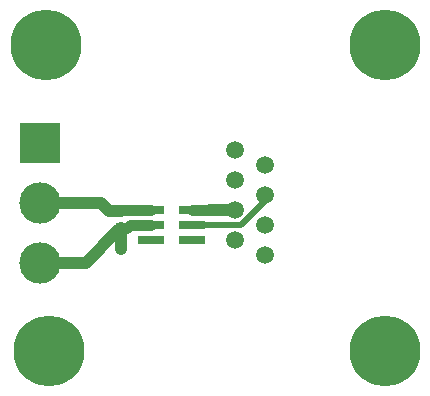
<source format=gtl>
G04 #@! TF.GenerationSoftware,KiCad,Pcbnew,7.0.9*
G04 #@! TF.CreationDate,2023-12-23T15:45:12+01:00*
G04 #@! TF.ProjectId,connecting-connector-1-wire,636f6e6e-6563-4746-996e-672d636f6e6e,v1.0*
G04 #@! TF.SameCoordinates,Original*
G04 #@! TF.FileFunction,Copper,L1,Top*
G04 #@! TF.FilePolarity,Positive*
%FSLAX46Y46*%
G04 Gerber Fmt 4.6, Leading zero omitted, Abs format (unit mm)*
G04 Created by KiCad (PCBNEW 7.0.9) date 2023-12-23 15:45:12*
%MOMM*%
%LPD*%
G01*
G04 APERTURE LIST*
G04 #@! TA.AperFunction,ComponentPad*
%ADD10C,6.000000*%
G04 #@! TD*
G04 #@! TA.AperFunction,ComponentPad*
%ADD11C,1.500000*%
G04 #@! TD*
G04 #@! TA.AperFunction,SMDPad,CuDef*
%ADD12R,0.900000X0.900000*%
G04 #@! TD*
G04 #@! TA.AperFunction,ComponentPad*
%ADD13R,3.500000X3.500000*%
G04 #@! TD*
G04 #@! TA.AperFunction,ComponentPad*
%ADD14C,3.500000*%
G04 #@! TD*
G04 #@! TA.AperFunction,SMDPad,CuDef*
%ADD15R,2.200000X0.800000*%
G04 #@! TD*
G04 #@! TA.AperFunction,ViaPad*
%ADD16C,0.800000*%
G04 #@! TD*
G04 #@! TA.AperFunction,Conductor*
%ADD17C,0.900000*%
G04 #@! TD*
G04 #@! TA.AperFunction,Conductor*
%ADD18C,1.000000*%
G04 #@! TD*
G04 #@! TA.AperFunction,Conductor*
%ADD19C,0.500000*%
G04 #@! TD*
G04 APERTURE END LIST*
D10*
X127934000Y-71419000D03*
X156636000Y-71419000D03*
X156636000Y-97327000D03*
X128188000Y-97327000D03*
D11*
X146476000Y-89198000D03*
X143936000Y-87928000D03*
X146476000Y-86658000D03*
X143936000Y-85388000D03*
X146476000Y-84118000D03*
X143936000Y-82848000D03*
X146476000Y-81578000D03*
X143936000Y-80308000D03*
D12*
X134284000Y-85426000D03*
X134284000Y-86876000D03*
D13*
X127426000Y-79674000D03*
D14*
X127426000Y-84754000D03*
X127426000Y-89834000D03*
D15*
X136874800Y-85389000D03*
X136874800Y-86659000D03*
X136874800Y-87929000D03*
X140329200Y-87929000D03*
X140329200Y-86659000D03*
X140329200Y-85389000D03*
D16*
X134284000Y-88691000D03*
D17*
X134284000Y-86876000D02*
X134829000Y-86876000D01*
D18*
X127426000Y-89834000D02*
X131326000Y-89834000D01*
X134284000Y-88691000D02*
X134284000Y-87421000D01*
X134284000Y-87421000D02*
X134011500Y-87148500D01*
D17*
X136874800Y-86659000D02*
X135046000Y-86659000D01*
X135046000Y-86659000D02*
X134829000Y-86876000D01*
D18*
X131326000Y-89834000D02*
X134011500Y-87148500D01*
D19*
X137038800Y-86569000D02*
X137128800Y-86659000D01*
D18*
X134011500Y-87148500D02*
X134284000Y-86876000D01*
D19*
X127426000Y-90469000D02*
X126791000Y-89834000D01*
D18*
X133305000Y-85426000D02*
X132633000Y-84754000D01*
D17*
X136874800Y-85389000D02*
X134321000Y-85389000D01*
D18*
X134284000Y-85426000D02*
X133305000Y-85426000D01*
D17*
X134321000Y-85389000D02*
X134284000Y-85426000D01*
D18*
X127426000Y-84754000D02*
X131236000Y-84754000D01*
X132633000Y-84754000D02*
X131236000Y-84754000D01*
D19*
X143936000Y-86659000D02*
X144441002Y-86659000D01*
X144441002Y-86659000D02*
X146476000Y-84624002D01*
X146476000Y-84624002D02*
X146476000Y-84118000D01*
X140583200Y-86659000D02*
X141396000Y-86659000D01*
X140329200Y-86659000D02*
X143936000Y-86659000D01*
D18*
X143936000Y-85388000D02*
X141854200Y-85388000D01*
D17*
X140329200Y-85389000D02*
X141853200Y-85389000D01*
X141853200Y-85389000D02*
X141854200Y-85388000D01*
M02*

</source>
